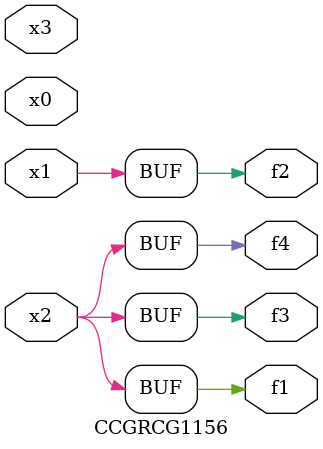
<source format=v>
module CCGRCG1156(
	input x0, x1, x2, x3,
	output f1, f2, f3, f4
);
	assign f1 = x2;
	assign f2 = x1;
	assign f3 = x2;
	assign f4 = x2;
endmodule

</source>
